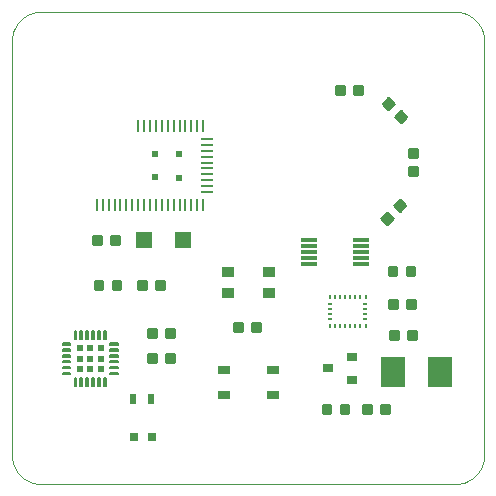
<source format=gtp>
G75*
%MOIN*%
%OFA0B0*%
%FSLAX25Y25*%
%IPPOS*%
%LPD*%
%AMOC8*
5,1,8,0,0,1.08239X$1,22.5*
%
%ADD10C,0.00000*%
%ADD11C,0.00875*%
%ADD12R,0.05500X0.05500*%
%ADD13R,0.00906X0.01378*%
%ADD14R,0.01378X0.00906*%
%ADD15R,0.03937X0.03346*%
%ADD16R,0.05709X0.01181*%
%ADD17C,0.02400*%
%ADD18R,0.01000X0.03937*%
%ADD19R,0.03937X0.01000*%
%ADD20R,0.02362X0.02362*%
%ADD21C,0.00551*%
%ADD22R,0.04134X0.02559*%
%ADD23R,0.03150X0.03150*%
%ADD24R,0.02362X0.03543*%
%ADD25R,0.07874X0.09843*%
%ADD26R,0.03543X0.03150*%
D10*
X0002969Y0012811D02*
X0002969Y0150606D01*
X0002968Y0150606D02*
X0002971Y0150844D01*
X0002979Y0151082D01*
X0002994Y0151319D01*
X0003014Y0151556D01*
X0003040Y0151792D01*
X0003071Y0152028D01*
X0003108Y0152263D01*
X0003151Y0152497D01*
X0003200Y0152730D01*
X0003254Y0152962D01*
X0003314Y0153192D01*
X0003379Y0153421D01*
X0003450Y0153648D01*
X0003526Y0153873D01*
X0003608Y0154096D01*
X0003695Y0154318D01*
X0003787Y0154537D01*
X0003885Y0154754D01*
X0003987Y0154968D01*
X0004095Y0155180D01*
X0004209Y0155390D01*
X0004327Y0155596D01*
X0004450Y0155800D01*
X0004578Y0156000D01*
X0004710Y0156197D01*
X0004848Y0156392D01*
X0004990Y0156582D01*
X0005137Y0156770D01*
X0005288Y0156953D01*
X0005443Y0157133D01*
X0005603Y0157309D01*
X0005767Y0157481D01*
X0005936Y0157650D01*
X0006108Y0157814D01*
X0006284Y0157974D01*
X0006464Y0158129D01*
X0006647Y0158280D01*
X0006835Y0158427D01*
X0007025Y0158569D01*
X0007220Y0158707D01*
X0007417Y0158839D01*
X0007617Y0158967D01*
X0007821Y0159090D01*
X0008027Y0159208D01*
X0008237Y0159322D01*
X0008449Y0159430D01*
X0008663Y0159532D01*
X0008880Y0159630D01*
X0009099Y0159722D01*
X0009321Y0159809D01*
X0009544Y0159891D01*
X0009769Y0159967D01*
X0009996Y0160038D01*
X0010225Y0160103D01*
X0010455Y0160163D01*
X0010687Y0160217D01*
X0010920Y0160266D01*
X0011154Y0160309D01*
X0011389Y0160346D01*
X0011625Y0160377D01*
X0011861Y0160403D01*
X0012098Y0160423D01*
X0012335Y0160438D01*
X0012573Y0160446D01*
X0012811Y0160449D01*
X0150606Y0160449D01*
X0150844Y0160446D01*
X0151082Y0160438D01*
X0151319Y0160423D01*
X0151556Y0160403D01*
X0151792Y0160377D01*
X0152028Y0160346D01*
X0152263Y0160309D01*
X0152497Y0160266D01*
X0152730Y0160217D01*
X0152962Y0160163D01*
X0153192Y0160103D01*
X0153421Y0160038D01*
X0153648Y0159967D01*
X0153873Y0159891D01*
X0154096Y0159809D01*
X0154318Y0159722D01*
X0154537Y0159630D01*
X0154754Y0159532D01*
X0154968Y0159430D01*
X0155180Y0159322D01*
X0155390Y0159208D01*
X0155596Y0159090D01*
X0155800Y0158967D01*
X0156000Y0158839D01*
X0156197Y0158707D01*
X0156392Y0158569D01*
X0156582Y0158427D01*
X0156770Y0158280D01*
X0156953Y0158129D01*
X0157133Y0157974D01*
X0157309Y0157814D01*
X0157481Y0157650D01*
X0157650Y0157481D01*
X0157814Y0157309D01*
X0157974Y0157133D01*
X0158129Y0156953D01*
X0158280Y0156770D01*
X0158427Y0156582D01*
X0158569Y0156392D01*
X0158707Y0156197D01*
X0158839Y0156000D01*
X0158967Y0155800D01*
X0159090Y0155596D01*
X0159208Y0155390D01*
X0159322Y0155180D01*
X0159430Y0154968D01*
X0159532Y0154754D01*
X0159630Y0154537D01*
X0159722Y0154318D01*
X0159809Y0154096D01*
X0159891Y0153873D01*
X0159967Y0153648D01*
X0160038Y0153421D01*
X0160103Y0153192D01*
X0160163Y0152962D01*
X0160217Y0152730D01*
X0160266Y0152497D01*
X0160309Y0152263D01*
X0160346Y0152028D01*
X0160377Y0151792D01*
X0160403Y0151556D01*
X0160423Y0151319D01*
X0160438Y0151082D01*
X0160446Y0150844D01*
X0160449Y0150606D01*
X0160449Y0012811D01*
X0160446Y0012573D01*
X0160438Y0012335D01*
X0160423Y0012098D01*
X0160403Y0011861D01*
X0160377Y0011625D01*
X0160346Y0011389D01*
X0160309Y0011154D01*
X0160266Y0010920D01*
X0160217Y0010687D01*
X0160163Y0010455D01*
X0160103Y0010225D01*
X0160038Y0009996D01*
X0159967Y0009769D01*
X0159891Y0009544D01*
X0159809Y0009321D01*
X0159722Y0009099D01*
X0159630Y0008880D01*
X0159532Y0008663D01*
X0159430Y0008449D01*
X0159322Y0008237D01*
X0159208Y0008027D01*
X0159090Y0007821D01*
X0158967Y0007617D01*
X0158839Y0007417D01*
X0158707Y0007220D01*
X0158569Y0007025D01*
X0158427Y0006835D01*
X0158280Y0006647D01*
X0158129Y0006464D01*
X0157974Y0006284D01*
X0157814Y0006108D01*
X0157650Y0005936D01*
X0157481Y0005767D01*
X0157309Y0005603D01*
X0157133Y0005443D01*
X0156953Y0005288D01*
X0156770Y0005137D01*
X0156582Y0004990D01*
X0156392Y0004848D01*
X0156197Y0004710D01*
X0156000Y0004578D01*
X0155800Y0004450D01*
X0155596Y0004327D01*
X0155390Y0004209D01*
X0155180Y0004095D01*
X0154968Y0003987D01*
X0154754Y0003885D01*
X0154537Y0003787D01*
X0154318Y0003695D01*
X0154096Y0003608D01*
X0153873Y0003526D01*
X0153648Y0003450D01*
X0153421Y0003379D01*
X0153192Y0003314D01*
X0152962Y0003254D01*
X0152730Y0003200D01*
X0152497Y0003151D01*
X0152263Y0003108D01*
X0152028Y0003071D01*
X0151792Y0003040D01*
X0151556Y0003014D01*
X0151319Y0002994D01*
X0151082Y0002979D01*
X0150844Y0002971D01*
X0150606Y0002968D01*
X0150606Y0002969D02*
X0012811Y0002969D01*
X0012811Y0002968D02*
X0012573Y0002971D01*
X0012335Y0002979D01*
X0012098Y0002994D01*
X0011861Y0003014D01*
X0011625Y0003040D01*
X0011389Y0003071D01*
X0011154Y0003108D01*
X0010920Y0003151D01*
X0010687Y0003200D01*
X0010455Y0003254D01*
X0010225Y0003314D01*
X0009996Y0003379D01*
X0009769Y0003450D01*
X0009544Y0003526D01*
X0009321Y0003608D01*
X0009099Y0003695D01*
X0008880Y0003787D01*
X0008663Y0003885D01*
X0008449Y0003987D01*
X0008237Y0004095D01*
X0008027Y0004209D01*
X0007821Y0004327D01*
X0007617Y0004450D01*
X0007417Y0004578D01*
X0007220Y0004710D01*
X0007025Y0004848D01*
X0006835Y0004990D01*
X0006647Y0005137D01*
X0006464Y0005288D01*
X0006284Y0005443D01*
X0006108Y0005603D01*
X0005936Y0005767D01*
X0005767Y0005936D01*
X0005603Y0006108D01*
X0005443Y0006284D01*
X0005288Y0006464D01*
X0005137Y0006647D01*
X0004990Y0006835D01*
X0004848Y0007025D01*
X0004710Y0007220D01*
X0004578Y0007417D01*
X0004450Y0007617D01*
X0004327Y0007821D01*
X0004209Y0008027D01*
X0004095Y0008237D01*
X0003987Y0008449D01*
X0003885Y0008663D01*
X0003787Y0008880D01*
X0003695Y0009099D01*
X0003608Y0009321D01*
X0003526Y0009544D01*
X0003450Y0009769D01*
X0003379Y0009996D01*
X0003314Y0010225D01*
X0003254Y0010455D01*
X0003200Y0010687D01*
X0003151Y0010920D01*
X0003108Y0011154D01*
X0003071Y0011389D01*
X0003040Y0011625D01*
X0003014Y0011861D01*
X0002994Y0012098D01*
X0002979Y0012335D01*
X0002971Y0012573D01*
X0002968Y0012811D01*
D11*
X0048269Y0043781D02*
X0050895Y0043781D01*
X0048269Y0043781D02*
X0048269Y0046407D01*
X0050895Y0046407D01*
X0050895Y0043781D01*
X0050895Y0044655D02*
X0048269Y0044655D01*
X0048269Y0045529D02*
X0050895Y0045529D01*
X0050895Y0046403D02*
X0048269Y0046403D01*
X0048508Y0054636D02*
X0051134Y0054636D01*
X0051134Y0052010D01*
X0048508Y0052010D01*
X0048508Y0054636D01*
X0048508Y0052884D02*
X0051134Y0052884D01*
X0051134Y0053758D02*
X0048508Y0053758D01*
X0048508Y0054632D02*
X0051134Y0054632D01*
X0054508Y0054636D02*
X0057134Y0054636D01*
X0057134Y0052010D01*
X0054508Y0052010D01*
X0054508Y0054636D01*
X0054508Y0052884D02*
X0057134Y0052884D01*
X0057134Y0053758D02*
X0054508Y0053758D01*
X0054508Y0054632D02*
X0057134Y0054632D01*
X0056895Y0043781D02*
X0054269Y0043781D01*
X0054269Y0046407D01*
X0056895Y0046407D01*
X0056895Y0043781D01*
X0056895Y0044655D02*
X0054269Y0044655D01*
X0054269Y0045529D02*
X0056895Y0045529D01*
X0056895Y0046403D02*
X0054269Y0046403D01*
X0053581Y0068033D02*
X0050955Y0068033D01*
X0050955Y0070659D01*
X0053581Y0070659D01*
X0053581Y0068033D01*
X0053581Y0068907D02*
X0050955Y0068907D01*
X0050955Y0069781D02*
X0053581Y0069781D01*
X0053581Y0070655D02*
X0050955Y0070655D01*
X0047581Y0068033D02*
X0044955Y0068033D01*
X0044955Y0070659D01*
X0047581Y0070659D01*
X0047581Y0068033D01*
X0047581Y0068907D02*
X0044955Y0068907D01*
X0044955Y0069781D02*
X0047581Y0069781D01*
X0047581Y0070655D02*
X0044955Y0070655D01*
X0039171Y0067955D02*
X0036545Y0067955D01*
X0036545Y0070581D01*
X0039171Y0070581D01*
X0039171Y0067955D01*
X0039171Y0068829D02*
X0036545Y0068829D01*
X0036545Y0069703D02*
X0039171Y0069703D01*
X0039171Y0070577D02*
X0036545Y0070577D01*
X0033171Y0067955D02*
X0030545Y0067955D01*
X0030545Y0070581D01*
X0033171Y0070581D01*
X0033171Y0067955D01*
X0033171Y0068829D02*
X0030545Y0068829D01*
X0030545Y0069703D02*
X0033171Y0069703D01*
X0033171Y0070577D02*
X0030545Y0070577D01*
X0029915Y0085620D02*
X0032541Y0085620D01*
X0032541Y0082994D01*
X0029915Y0082994D01*
X0029915Y0085620D01*
X0029915Y0083868D02*
X0032541Y0083868D01*
X0032541Y0084742D02*
X0029915Y0084742D01*
X0029915Y0085616D02*
X0032541Y0085616D01*
X0035915Y0085620D02*
X0038541Y0085620D01*
X0038541Y0082994D01*
X0035915Y0082994D01*
X0035915Y0085620D01*
X0035915Y0083868D02*
X0038541Y0083868D01*
X0038541Y0084742D02*
X0035915Y0084742D01*
X0035915Y0085616D02*
X0038541Y0085616D01*
X0077037Y0056697D02*
X0079663Y0056697D01*
X0079663Y0054071D01*
X0077037Y0054071D01*
X0077037Y0056697D01*
X0077037Y0054945D02*
X0079663Y0054945D01*
X0079663Y0055819D02*
X0077037Y0055819D01*
X0077037Y0056693D02*
X0079663Y0056693D01*
X0083037Y0056697D02*
X0085663Y0056697D01*
X0085663Y0054071D01*
X0083037Y0054071D01*
X0083037Y0056697D01*
X0083037Y0054945D02*
X0085663Y0054945D01*
X0085663Y0055819D02*
X0083037Y0055819D01*
X0083037Y0056693D02*
X0085663Y0056693D01*
X0106530Y0029478D02*
X0109156Y0029478D01*
X0109156Y0026852D01*
X0106530Y0026852D01*
X0106530Y0029478D01*
X0106530Y0027726D02*
X0109156Y0027726D01*
X0109156Y0028600D02*
X0106530Y0028600D01*
X0106530Y0029474D02*
X0109156Y0029474D01*
X0112530Y0029478D02*
X0115156Y0029478D01*
X0115156Y0026852D01*
X0112530Y0026852D01*
X0112530Y0029478D01*
X0112530Y0027726D02*
X0115156Y0027726D01*
X0115156Y0028600D02*
X0112530Y0028600D01*
X0112530Y0029474D02*
X0115156Y0029474D01*
X0119915Y0026852D02*
X0122541Y0026852D01*
X0119915Y0026852D02*
X0119915Y0029478D01*
X0122541Y0029478D01*
X0122541Y0026852D01*
X0122541Y0027726D02*
X0119915Y0027726D01*
X0119915Y0028600D02*
X0122541Y0028600D01*
X0122541Y0029474D02*
X0119915Y0029474D01*
X0125915Y0026852D02*
X0128541Y0026852D01*
X0125915Y0026852D02*
X0125915Y0029478D01*
X0128541Y0029478D01*
X0128541Y0026852D01*
X0128541Y0027726D02*
X0125915Y0027726D01*
X0125915Y0028600D02*
X0128541Y0028600D01*
X0128541Y0029474D02*
X0125915Y0029474D01*
X0129010Y0051380D02*
X0131636Y0051380D01*
X0129010Y0051380D02*
X0129010Y0054006D01*
X0131636Y0054006D01*
X0131636Y0051380D01*
X0131636Y0052254D02*
X0129010Y0052254D01*
X0129010Y0053128D02*
X0131636Y0053128D01*
X0131636Y0054002D02*
X0129010Y0054002D01*
X0135010Y0051380D02*
X0137636Y0051380D01*
X0135010Y0051380D02*
X0135010Y0054006D01*
X0137636Y0054006D01*
X0137636Y0051380D01*
X0137636Y0052254D02*
X0135010Y0052254D01*
X0135010Y0053128D02*
X0137636Y0053128D01*
X0137636Y0054002D02*
X0135010Y0054002D01*
X0134734Y0061852D02*
X0137360Y0061852D01*
X0134734Y0061852D02*
X0134734Y0064478D01*
X0137360Y0064478D01*
X0137360Y0061852D01*
X0137360Y0062726D02*
X0134734Y0062726D01*
X0134734Y0063600D02*
X0137360Y0063600D01*
X0137360Y0064474D02*
X0134734Y0064474D01*
X0131360Y0061852D02*
X0128734Y0061852D01*
X0128734Y0064478D01*
X0131360Y0064478D01*
X0131360Y0061852D01*
X0131360Y0062726D02*
X0128734Y0062726D01*
X0128734Y0063600D02*
X0131360Y0063600D01*
X0131360Y0064474D02*
X0128734Y0064474D01*
X0128537Y0072718D02*
X0131163Y0072718D01*
X0128537Y0072718D02*
X0128537Y0075344D01*
X0131163Y0075344D01*
X0131163Y0072718D01*
X0131163Y0073592D02*
X0128537Y0073592D01*
X0128537Y0074466D02*
X0131163Y0074466D01*
X0131163Y0075340D02*
X0128537Y0075340D01*
X0134537Y0072718D02*
X0137163Y0072718D01*
X0134537Y0072718D02*
X0134537Y0075344D01*
X0137163Y0075344D01*
X0137163Y0072718D01*
X0137163Y0073592D02*
X0134537Y0073592D01*
X0134537Y0074466D02*
X0137163Y0074466D01*
X0137163Y0075340D02*
X0134537Y0075340D01*
X0126188Y0091653D02*
X0128044Y0093509D01*
X0129900Y0091653D01*
X0128044Y0089797D01*
X0126188Y0091653D01*
X0127170Y0090671D02*
X0128918Y0090671D01*
X0129792Y0091545D02*
X0126296Y0091545D01*
X0126954Y0092419D02*
X0129134Y0092419D01*
X0128260Y0093293D02*
X0127828Y0093293D01*
X0130431Y0095895D02*
X0132287Y0097751D01*
X0134143Y0095895D01*
X0132287Y0094039D01*
X0130431Y0095895D01*
X0131413Y0094913D02*
X0133161Y0094913D01*
X0134035Y0095787D02*
X0130539Y0095787D01*
X0131197Y0096661D02*
X0133377Y0096661D01*
X0132503Y0097535D02*
X0132071Y0097535D01*
X0135317Y0105978D02*
X0135317Y0108604D01*
X0137943Y0108604D01*
X0137943Y0105978D01*
X0135317Y0105978D01*
X0135317Y0106852D02*
X0137943Y0106852D01*
X0137943Y0107726D02*
X0135317Y0107726D01*
X0135317Y0108600D02*
X0137943Y0108600D01*
X0135317Y0111978D02*
X0135317Y0114604D01*
X0137943Y0114604D01*
X0137943Y0111978D01*
X0135317Y0111978D01*
X0135317Y0112852D02*
X0137943Y0112852D01*
X0137943Y0113726D02*
X0135317Y0113726D01*
X0135317Y0114600D02*
X0137943Y0114600D01*
X0132657Y0123635D02*
X0130801Y0125491D01*
X0132657Y0127347D01*
X0134513Y0125491D01*
X0132657Y0123635D01*
X0133531Y0124509D02*
X0131783Y0124509D01*
X0130909Y0125383D02*
X0134405Y0125383D01*
X0133747Y0126257D02*
X0131567Y0126257D01*
X0132441Y0127131D02*
X0132873Y0127131D01*
X0128414Y0127878D02*
X0126558Y0129734D01*
X0128414Y0131590D01*
X0130270Y0129734D01*
X0128414Y0127878D01*
X0129288Y0128752D02*
X0127540Y0128752D01*
X0126666Y0129626D02*
X0130162Y0129626D01*
X0129504Y0130500D02*
X0127324Y0130500D01*
X0128198Y0131374D02*
X0128630Y0131374D01*
X0119779Y0133135D02*
X0117153Y0133135D01*
X0117153Y0135761D01*
X0119779Y0135761D01*
X0119779Y0133135D01*
X0119779Y0134009D02*
X0117153Y0134009D01*
X0117153Y0134883D02*
X0119779Y0134883D01*
X0119779Y0135757D02*
X0117153Y0135757D01*
X0113779Y0133135D02*
X0111153Y0133135D01*
X0111153Y0135761D01*
X0113779Y0135761D01*
X0113779Y0133135D01*
X0113779Y0134009D02*
X0111153Y0134009D01*
X0111153Y0134883D02*
X0113779Y0134883D01*
X0113779Y0135757D02*
X0111153Y0135757D01*
D12*
X0059941Y0084346D03*
X0046941Y0084346D03*
D13*
X0109027Y0065259D03*
X0110720Y0065259D03*
X0112413Y0065259D03*
X0114106Y0065259D03*
X0115798Y0065259D03*
X0117491Y0065259D03*
X0119184Y0065259D03*
X0120877Y0065259D03*
X0120877Y0055653D03*
X0119184Y0055653D03*
X0117491Y0055653D03*
X0115798Y0055653D03*
X0114106Y0055653D03*
X0112413Y0055653D03*
X0110720Y0055653D03*
X0109027Y0055653D03*
D14*
X0109145Y0057917D03*
X0109145Y0059609D03*
X0109145Y0061302D03*
X0109145Y0062995D03*
X0120759Y0062995D03*
X0120759Y0061302D03*
X0120759Y0059609D03*
X0120759Y0057917D03*
D15*
X0088779Y0066694D03*
X0088779Y0073583D03*
X0074999Y0073583D03*
X0074999Y0066694D03*
D16*
X0102120Y0076413D03*
X0102120Y0078382D03*
X0102120Y0080350D03*
X0102120Y0082319D03*
X0102120Y0084287D03*
X0119443Y0084287D03*
X0119443Y0082319D03*
X0119443Y0080350D03*
X0119443Y0078382D03*
X0119443Y0076413D03*
D17*
X0058715Y0105177D03*
X0050815Y0105377D03*
X0050815Y0113077D03*
X0058815Y0113177D03*
D18*
X0058874Y0122201D03*
X0060843Y0122201D03*
X0062811Y0122201D03*
X0064780Y0122201D03*
X0066748Y0122201D03*
X0056906Y0122201D03*
X0054937Y0122201D03*
X0052969Y0122201D03*
X0051000Y0122201D03*
X0049031Y0122201D03*
X0047063Y0122201D03*
X0045094Y0122201D03*
X0045094Y0096177D03*
X0043126Y0096177D03*
X0041157Y0096177D03*
X0039189Y0096177D03*
X0037220Y0096177D03*
X0035252Y0096177D03*
X0033283Y0096177D03*
X0031315Y0096177D03*
X0047063Y0096177D03*
X0049031Y0096177D03*
X0051000Y0096177D03*
X0052969Y0096177D03*
X0054937Y0096177D03*
X0056906Y0096177D03*
X0058874Y0096177D03*
X0060843Y0096177D03*
X0062811Y0096177D03*
X0064780Y0096177D03*
X0066748Y0096177D03*
D19*
X0067890Y0100331D03*
X0067890Y0102299D03*
X0067890Y0104268D03*
X0067890Y0106236D03*
X0067890Y0108205D03*
X0067890Y0110173D03*
X0067890Y0112142D03*
X0067890Y0114110D03*
X0067890Y0116079D03*
X0067890Y0118047D03*
D20*
X0032631Y0048354D03*
X0032631Y0044811D03*
X0032631Y0041268D03*
X0029087Y0041268D03*
X0025544Y0041268D03*
X0025544Y0044811D03*
X0025544Y0048354D03*
X0029087Y0048354D03*
X0029087Y0044811D03*
D21*
X0022513Y0044103D02*
X0019913Y0044103D01*
X0022513Y0044103D02*
X0022513Y0043551D01*
X0019913Y0043551D01*
X0019913Y0044103D01*
X0019913Y0044101D02*
X0022513Y0044101D01*
X0022513Y0042134D02*
X0019913Y0042134D01*
X0022513Y0042134D02*
X0022513Y0041582D01*
X0019913Y0041582D01*
X0019913Y0042134D01*
X0019913Y0042132D02*
X0022513Y0042132D01*
X0022513Y0040166D02*
X0019913Y0040166D01*
X0022513Y0040166D02*
X0022513Y0039614D01*
X0019913Y0039614D01*
X0019913Y0040166D01*
X0019913Y0040164D02*
X0022513Y0040164D01*
X0024442Y0038237D02*
X0024442Y0035637D01*
X0023890Y0035637D01*
X0023890Y0038237D01*
X0024442Y0038237D01*
X0024442Y0036187D02*
X0023890Y0036187D01*
X0023890Y0036737D02*
X0024442Y0036737D01*
X0024442Y0037287D02*
X0023890Y0037287D01*
X0023890Y0037837D02*
X0024442Y0037837D01*
X0026411Y0038237D02*
X0026411Y0035637D01*
X0025859Y0035637D01*
X0025859Y0038237D01*
X0026411Y0038237D01*
X0026411Y0036187D02*
X0025859Y0036187D01*
X0025859Y0036737D02*
X0026411Y0036737D01*
X0026411Y0037287D02*
X0025859Y0037287D01*
X0025859Y0037837D02*
X0026411Y0037837D01*
X0028379Y0038237D02*
X0028379Y0035637D01*
X0027827Y0035637D01*
X0027827Y0038237D01*
X0028379Y0038237D01*
X0028379Y0036187D02*
X0027827Y0036187D01*
X0027827Y0036737D02*
X0028379Y0036737D01*
X0028379Y0037287D02*
X0027827Y0037287D01*
X0027827Y0037837D02*
X0028379Y0037837D01*
X0030348Y0038237D02*
X0030348Y0035637D01*
X0029796Y0035637D01*
X0029796Y0038237D01*
X0030348Y0038237D01*
X0030348Y0036187D02*
X0029796Y0036187D01*
X0029796Y0036737D02*
X0030348Y0036737D01*
X0030348Y0037287D02*
X0029796Y0037287D01*
X0029796Y0037837D02*
X0030348Y0037837D01*
X0032316Y0038237D02*
X0032316Y0035637D01*
X0031764Y0035637D01*
X0031764Y0038237D01*
X0032316Y0038237D01*
X0032316Y0036187D02*
X0031764Y0036187D01*
X0031764Y0036737D02*
X0032316Y0036737D01*
X0032316Y0037287D02*
X0031764Y0037287D01*
X0031764Y0037837D02*
X0032316Y0037837D01*
X0034285Y0038237D02*
X0034285Y0035637D01*
X0033733Y0035637D01*
X0033733Y0038237D01*
X0034285Y0038237D01*
X0034285Y0036187D02*
X0033733Y0036187D01*
X0033733Y0036737D02*
X0034285Y0036737D01*
X0034285Y0037287D02*
X0033733Y0037287D01*
X0033733Y0037837D02*
X0034285Y0037837D01*
X0035661Y0039614D02*
X0038261Y0039614D01*
X0035661Y0039614D02*
X0035661Y0040166D01*
X0038261Y0040166D01*
X0038261Y0039614D01*
X0038261Y0040164D02*
X0035661Y0040164D01*
X0035661Y0041582D02*
X0038261Y0041582D01*
X0035661Y0041582D02*
X0035661Y0042134D01*
X0038261Y0042134D01*
X0038261Y0041582D01*
X0038261Y0042132D02*
X0035661Y0042132D01*
X0035661Y0043551D02*
X0038261Y0043551D01*
X0035661Y0043551D02*
X0035661Y0044103D01*
X0038261Y0044103D01*
X0038261Y0043551D01*
X0038261Y0044101D02*
X0035661Y0044101D01*
X0035661Y0045519D02*
X0038261Y0045519D01*
X0035661Y0045519D02*
X0035661Y0046071D01*
X0038261Y0046071D01*
X0038261Y0045519D01*
X0038261Y0046069D02*
X0035661Y0046069D01*
X0035661Y0047488D02*
X0038261Y0047488D01*
X0035661Y0047488D02*
X0035661Y0048040D01*
X0038261Y0048040D01*
X0038261Y0047488D01*
X0038261Y0048038D02*
X0035661Y0048038D01*
X0035661Y0049456D02*
X0038261Y0049456D01*
X0035661Y0049456D02*
X0035661Y0050008D01*
X0038261Y0050008D01*
X0038261Y0049456D01*
X0038261Y0050006D02*
X0035661Y0050006D01*
X0033733Y0051385D02*
X0033733Y0053985D01*
X0034285Y0053985D01*
X0034285Y0051385D01*
X0033733Y0051385D01*
X0033733Y0051935D02*
X0034285Y0051935D01*
X0034285Y0052485D02*
X0033733Y0052485D01*
X0033733Y0053035D02*
X0034285Y0053035D01*
X0034285Y0053585D02*
X0033733Y0053585D01*
X0031764Y0053985D02*
X0031764Y0051385D01*
X0031764Y0053985D02*
X0032316Y0053985D01*
X0032316Y0051385D01*
X0031764Y0051385D01*
X0031764Y0051935D02*
X0032316Y0051935D01*
X0032316Y0052485D02*
X0031764Y0052485D01*
X0031764Y0053035D02*
X0032316Y0053035D01*
X0032316Y0053585D02*
X0031764Y0053585D01*
X0029796Y0053985D02*
X0029796Y0051385D01*
X0029796Y0053985D02*
X0030348Y0053985D01*
X0030348Y0051385D01*
X0029796Y0051385D01*
X0029796Y0051935D02*
X0030348Y0051935D01*
X0030348Y0052485D02*
X0029796Y0052485D01*
X0029796Y0053035D02*
X0030348Y0053035D01*
X0030348Y0053585D02*
X0029796Y0053585D01*
X0027827Y0053985D02*
X0027827Y0051385D01*
X0027827Y0053985D02*
X0028379Y0053985D01*
X0028379Y0051385D01*
X0027827Y0051385D01*
X0027827Y0051935D02*
X0028379Y0051935D01*
X0028379Y0052485D02*
X0027827Y0052485D01*
X0027827Y0053035D02*
X0028379Y0053035D01*
X0028379Y0053585D02*
X0027827Y0053585D01*
X0025859Y0053985D02*
X0025859Y0051385D01*
X0025859Y0053985D02*
X0026411Y0053985D01*
X0026411Y0051385D01*
X0025859Y0051385D01*
X0025859Y0051935D02*
X0026411Y0051935D01*
X0026411Y0052485D02*
X0025859Y0052485D01*
X0025859Y0053035D02*
X0026411Y0053035D01*
X0026411Y0053585D02*
X0025859Y0053585D01*
X0023890Y0053985D02*
X0023890Y0051385D01*
X0023890Y0053985D02*
X0024442Y0053985D01*
X0024442Y0051385D01*
X0023890Y0051385D01*
X0023890Y0051935D02*
X0024442Y0051935D01*
X0024442Y0052485D02*
X0023890Y0052485D01*
X0023890Y0053035D02*
X0024442Y0053035D01*
X0024442Y0053585D02*
X0023890Y0053585D01*
X0022513Y0050008D02*
X0019913Y0050008D01*
X0022513Y0050008D02*
X0022513Y0049456D01*
X0019913Y0049456D01*
X0019913Y0050008D01*
X0019913Y0050006D02*
X0022513Y0050006D01*
X0022513Y0048040D02*
X0019913Y0048040D01*
X0022513Y0048040D02*
X0022513Y0047488D01*
X0019913Y0047488D01*
X0019913Y0048040D01*
X0019913Y0048038D02*
X0022513Y0048038D01*
X0022513Y0046071D02*
X0019913Y0046071D01*
X0022513Y0046071D02*
X0022513Y0045519D01*
X0019913Y0045519D01*
X0019913Y0046071D01*
X0019913Y0046069D02*
X0022513Y0046069D01*
D22*
X0073539Y0041059D03*
X0073539Y0032594D03*
X0089878Y0032594D03*
X0089878Y0041059D03*
D23*
X0049622Y0018717D03*
X0043717Y0018717D03*
D24*
X0043323Y0031315D03*
X0049228Y0031315D03*
D25*
X0129988Y0040457D03*
X0145736Y0040457D03*
D26*
X0116354Y0037811D03*
X0116354Y0045291D03*
X0108480Y0041551D03*
M02*

</source>
